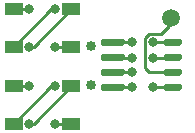
<source format=gbr>
%TF.GenerationSoftware,KiCad,Pcbnew,(5.1.6)-1*%
%TF.CreationDate,2020-07-03T21:52:39-04:00*%
%TF.ProjectId,SRF Pendant Daughterboards,53524620-5065-46e6-9461-6e7420446175,rev?*%
%TF.SameCoordinates,Original*%
%TF.FileFunction,Copper,L1,Top*%
%TF.FilePolarity,Positive*%
%FSLAX46Y46*%
G04 Gerber Fmt 4.6, Leading zero omitted, Abs format (unit mm)*
G04 Created by KiCad (PCBNEW (5.1.6)-1) date 2020-07-03 21:52:39*
%MOMM*%
%LPD*%
G01*
G04 APERTURE LIST*
%TA.AperFunction,ComponentPad*%
%ADD10C,0.850000*%
%TD*%
%TA.AperFunction,SMDPad,CuDef*%
%ADD11C,1.500000*%
%TD*%
%TA.AperFunction,SMDPad,CuDef*%
%ADD12R,1.500000X1.000000*%
%TD*%
%TA.AperFunction,ViaPad*%
%ADD13C,0.800000*%
%TD*%
%TA.AperFunction,Conductor*%
%ADD14C,0.250000*%
%TD*%
G04 APERTURE END LIST*
D10*
%TO.P,REF\u002A\u002A,1*%
%TO.N,N/C*%
X151700000Y-100000000D03*
%TD*%
%TO.P,REF\u002A\u002A,1*%
%TO.N,N/C*%
X151700000Y-96700000D03*
%TD*%
D11*
%TO.P,REF\u002A\u002A,1*%
%TO.N,SHUTB*%
X158500000Y-94300000D03*
%TD*%
%TO.P,U2,8*%
%TO.N,Net-(U1-Pad8)*%
%TA.AperFunction,SMDPad,CuDef*%
G36*
G01*
X157887500Y-96557500D02*
X157887500Y-96232500D01*
G75*
G02*
X158050000Y-96070000I162500J0D01*
G01*
X159225000Y-96070000D01*
G75*
G02*
X159387500Y-96232500I0J-162500D01*
G01*
X159387500Y-96557500D01*
G75*
G02*
X159225000Y-96720000I-162500J0D01*
G01*
X158050000Y-96720000D01*
G75*
G02*
X157887500Y-96557500I0J162500D01*
G01*
G37*
%TD.AperFunction*%
%TO.P,U2,7*%
%TO.N,Net-(U1-Pad7)*%
%TA.AperFunction,SMDPad,CuDef*%
G36*
G01*
X157887500Y-97827500D02*
X157887500Y-97502500D01*
G75*
G02*
X158050000Y-97340000I162500J0D01*
G01*
X159225000Y-97340000D01*
G75*
G02*
X159387500Y-97502500I0J-162500D01*
G01*
X159387500Y-97827500D01*
G75*
G02*
X159225000Y-97990000I-162500J0D01*
G01*
X158050000Y-97990000D01*
G75*
G02*
X157887500Y-97827500I0J162500D01*
G01*
G37*
%TD.AperFunction*%
%TO.P,U2,6*%
%TO.N,SHUTB*%
%TA.AperFunction,SMDPad,CuDef*%
G36*
G01*
X157887500Y-99097500D02*
X157887500Y-98772500D01*
G75*
G02*
X158050000Y-98610000I162500J0D01*
G01*
X159225000Y-98610000D01*
G75*
G02*
X159387500Y-98772500I0J-162500D01*
G01*
X159387500Y-99097500D01*
G75*
G02*
X159225000Y-99260000I-162500J0D01*
G01*
X158050000Y-99260000D01*
G75*
G02*
X157887500Y-99097500I0J162500D01*
G01*
G37*
%TD.AperFunction*%
%TO.P,U2,5*%
%TO.N,Net-(U1-Pad5)*%
%TA.AperFunction,SMDPad,CuDef*%
G36*
G01*
X157887500Y-100367500D02*
X157887500Y-100042500D01*
G75*
G02*
X158050000Y-99880000I162500J0D01*
G01*
X159225000Y-99880000D01*
G75*
G02*
X159387500Y-100042500I0J-162500D01*
G01*
X159387500Y-100367500D01*
G75*
G02*
X159225000Y-100530000I-162500J0D01*
G01*
X158050000Y-100530000D01*
G75*
G02*
X157887500Y-100367500I0J162500D01*
G01*
G37*
%TD.AperFunction*%
%TO.P,U2,4*%
%TO.N,Net-(U1-Pad4)*%
%TA.AperFunction,SMDPad,CuDef*%
G36*
G01*
X152575000Y-100367500D02*
X152575000Y-100042500D01*
G75*
G02*
X152737500Y-99880000I162500J0D01*
G01*
X154387500Y-99880000D01*
G75*
G02*
X154550000Y-100042500I0J-162500D01*
G01*
X154550000Y-100367500D01*
G75*
G02*
X154387500Y-100530000I-162500J0D01*
G01*
X152737500Y-100530000D01*
G75*
G02*
X152575000Y-100367500I0J162500D01*
G01*
G37*
%TD.AperFunction*%
%TO.P,U2,3*%
%TO.N,Net-(U1-Pad3)*%
%TA.AperFunction,SMDPad,CuDef*%
G36*
G01*
X152575000Y-99097500D02*
X152575000Y-98772500D01*
G75*
G02*
X152737500Y-98610000I162500J0D01*
G01*
X154387500Y-98610000D01*
G75*
G02*
X154550000Y-98772500I0J-162500D01*
G01*
X154550000Y-99097500D01*
G75*
G02*
X154387500Y-99260000I-162500J0D01*
G01*
X152737500Y-99260000D01*
G75*
G02*
X152575000Y-99097500I0J162500D01*
G01*
G37*
%TD.AperFunction*%
%TO.P,U2,2*%
%TO.N,Net-(U1-Pad2)*%
%TA.AperFunction,SMDPad,CuDef*%
G36*
G01*
X152575000Y-97827500D02*
X152575000Y-97502500D01*
G75*
G02*
X152737500Y-97340000I162500J0D01*
G01*
X154387500Y-97340000D01*
G75*
G02*
X154550000Y-97502500I0J-162500D01*
G01*
X154550000Y-97827500D01*
G75*
G02*
X154387500Y-97990000I-162500J0D01*
G01*
X152737500Y-97990000D01*
G75*
G02*
X152575000Y-97827500I0J162500D01*
G01*
G37*
%TD.AperFunction*%
%TO.P,U2,1*%
%TO.N,Net-(U1-Pad1)*%
%TA.AperFunction,SMDPad,CuDef*%
G36*
G01*
X152575000Y-96557500D02*
X152575000Y-96232500D01*
G75*
G02*
X152737500Y-96070000I162500J0D01*
G01*
X154387500Y-96070000D01*
G75*
G02*
X154550000Y-96232500I0J-162500D01*
G01*
X154550000Y-96557500D01*
G75*
G02*
X154387500Y-96720000I-162500J0D01*
G01*
X152737500Y-96720000D01*
G75*
G02*
X152575000Y-96557500I0J162500D01*
G01*
G37*
%TD.AperFunction*%
%TD*%
D12*
%TO.P,D3,3*%
%TO.N,N/C*%
X150050000Y-103300000D03*
%TO.P,D3,4*%
X150050000Y-100100000D03*
%TO.P,D3,2*%
X145150000Y-103300000D03*
%TO.P,D3,1*%
X145150000Y-100100000D03*
%TD*%
%TO.P,D3,1*%
%TO.N,Net-(D1-Pad1)*%
X145150000Y-93600000D03*
%TO.P,D3,2*%
%TO.N,Net-(D1-Pad4)*%
X145150000Y-96800000D03*
%TO.P,D3,4*%
%TO.N,Net-(D1-Pad2)*%
X150050000Y-93600000D03*
%TO.P,D3,3*%
%TO.N,Net-(D1-Pad3)*%
X150050000Y-96800000D03*
%TD*%
D13*
%TO.N,*%
X146500000Y-100100000D03*
X146500000Y-103300000D03*
X148700000Y-100100000D03*
X148700000Y-103300000D03*
%TO.N,Net-(D1-Pad1)*%
X146500000Y-93600000D03*
%TO.N,Net-(D1-Pad4)*%
X148700000Y-93600000D03*
%TO.N,Net-(D1-Pad3)*%
X148700000Y-96800000D03*
%TO.N,Net-(D1-Pad2)*%
X146500000Y-96800000D03*
%TO.N,Net-(U1-Pad1)*%
X155200000Y-96400000D03*
%TO.N,Net-(U1-Pad2)*%
X155200000Y-97700000D03*
%TO.N,Net-(U1-Pad3)*%
X155200000Y-98900000D03*
%TO.N,Net-(U1-Pad4)*%
X155200000Y-100200000D03*
%TO.N,Net-(U1-Pad5)*%
X157000000Y-100200000D03*
%TO.N,Net-(U1-Pad7)*%
X157000000Y-97700000D03*
%TO.N,Net-(U1-Pad8)*%
X157000000Y-96400000D03*
%TD*%
D14*
%TO.N,*%
X146500000Y-100100000D02*
X145150000Y-100100000D01*
X146500000Y-103300000D02*
X146850000Y-103300000D01*
X146850000Y-103300000D02*
X150050000Y-100100000D01*
X148350000Y-100100000D02*
X145150000Y-103300000D01*
X148700000Y-100100000D02*
X148350000Y-100100000D01*
X148700000Y-103300000D02*
X150050000Y-103300000D01*
%TO.N,Net-(D1-Pad1)*%
X146500000Y-93600000D02*
X145150000Y-93600000D01*
%TO.N,Net-(D1-Pad2)*%
X146850000Y-96800000D02*
X150050000Y-93600000D01*
X146500000Y-96800000D02*
X146850000Y-96800000D01*
%TO.N,Net-(D1-Pad4)*%
X148350000Y-93600000D02*
X145150000Y-96800000D01*
X148700000Y-93600000D02*
X148350000Y-93600000D01*
%TO.N,Net-(D1-Pad3)*%
X148700000Y-96800000D02*
X150050000Y-96800000D01*
%TO.N,Net-(U1-Pad8)*%
X158632500Y-96400000D02*
X158637500Y-96395000D01*
X157000000Y-96400000D02*
X158632500Y-96400000D01*
%TO.N,Net-(U1-Pad7)*%
X158602500Y-97700000D02*
X158637500Y-97665000D01*
X157000000Y-97700000D02*
X158602500Y-97700000D01*
%TO.N,SHUTB*%
X158300000Y-95049998D02*
X158300000Y-94300000D01*
X157674999Y-95674999D02*
X158300000Y-95049998D01*
X156635000Y-98935000D02*
X156274999Y-98574999D01*
X158637500Y-98935000D02*
X156635000Y-98935000D01*
X156274999Y-98574999D02*
X156274999Y-96051999D01*
X156274999Y-96051999D02*
X156651999Y-95674999D01*
X156651999Y-95674999D02*
X157674999Y-95674999D01*
%TO.N,Net-(U1-Pad5)*%
X158632500Y-100200000D02*
X158637500Y-100205000D01*
X157000000Y-100200000D02*
X158632500Y-100200000D01*
%TO.N,Net-(U1-Pad4)*%
X153567500Y-100200000D02*
X153562500Y-100205000D01*
X155200000Y-100200000D02*
X153567500Y-100200000D01*
%TO.N,Net-(U1-Pad3)*%
X153597500Y-98900000D02*
X153562500Y-98935000D01*
X155200000Y-98900000D02*
X153597500Y-98900000D01*
%TO.N,Net-(U1-Pad2)*%
X153597500Y-97700000D02*
X153562500Y-97665000D01*
X155200000Y-97700000D02*
X153597500Y-97700000D01*
%TO.N,Net-(U1-Pad1)*%
X155200000Y-96400000D02*
X153567500Y-96400000D01*
X153567500Y-96400000D02*
X153562500Y-96395000D01*
%TD*%
M02*

</source>
